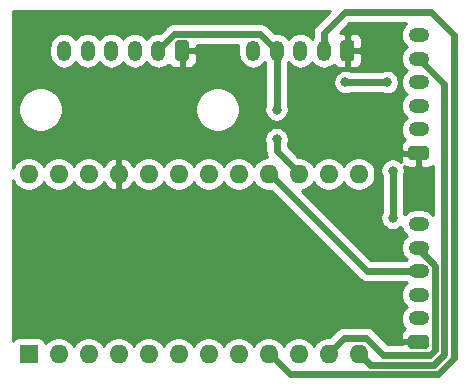
<source format=gbr>
%TF.GenerationSoftware,KiCad,Pcbnew,(5.1.9)-1*%
%TF.CreationDate,2021-10-16T13:54:30-06:00*%
%TF.ProjectId,stick_controller,73746963-6b5f-4636-9f6e-74726f6c6c65,rev?*%
%TF.SameCoordinates,Original*%
%TF.FileFunction,Copper,L2,Bot*%
%TF.FilePolarity,Positive*%
%FSLAX46Y46*%
G04 Gerber Fmt 4.6, Leading zero omitted, Abs format (unit mm)*
G04 Created by KiCad (PCBNEW (5.1.9)-1) date 2021-10-16 13:54:30*
%MOMM*%
%LPD*%
G01*
G04 APERTURE LIST*
%TA.AperFunction,ComponentPad*%
%ADD10R,1.600000X1.600000*%
%TD*%
%TA.AperFunction,ComponentPad*%
%ADD11O,1.600000X1.600000*%
%TD*%
%TA.AperFunction,ComponentPad*%
%ADD12O,1.200000X1.750000*%
%TD*%
%TA.AperFunction,ComponentPad*%
%ADD13O,1.750000X1.200000*%
%TD*%
%TA.AperFunction,ViaPad*%
%ADD14C,0.800000*%
%TD*%
%TA.AperFunction,Conductor*%
%ADD15C,0.609600*%
%TD*%
%TA.AperFunction,Conductor*%
%ADD16C,0.254000*%
%TD*%
%TA.AperFunction,Conductor*%
%ADD17C,0.100000*%
%TD*%
G04 APERTURE END LIST*
D10*
%TO.P,U1,1*%
%TO.N,Net-(U1-Pad1)*%
X111980000Y-83018000D03*
D11*
%TO.P,U1,13*%
%TO.N,Net-(U1-Pad13)*%
X139920000Y-67778000D03*
%TO.P,U1,2*%
%TO.N,Net-(U1-Pad2)*%
X114520000Y-83018000D03*
%TO.P,U1,14*%
%TO.N,/MOSI*%
X137380000Y-67778000D03*
%TO.P,U1,3*%
%TO.N,GND*%
X117060000Y-83018000D03*
%TO.P,U1,15*%
%TO.N,/MISO*%
X134840000Y-67778000D03*
%TO.P,U1,4*%
%TO.N,GND*%
X119600000Y-83018000D03*
%TO.P,U1,16*%
%TO.N,/SCK*%
X132300000Y-67778000D03*
%TO.P,U1,5*%
%TO.N,Net-(U1-Pad5)*%
X122140000Y-83018000D03*
%TO.P,U1,17*%
%TO.N,Net-(U1-Pad17)*%
X129760000Y-67778000D03*
%TO.P,U1,6*%
%TO.N,Net-(U1-Pad6)*%
X124680000Y-83018000D03*
%TO.P,U1,18*%
%TO.N,Net-(U1-Pad18)*%
X127220000Y-67778000D03*
%TO.P,U1,7*%
%TO.N,Net-(U1-Pad7)*%
X127220000Y-83018000D03*
%TO.P,U1,19*%
%TO.N,Net-(U1-Pad19)*%
X124680000Y-67778000D03*
%TO.P,U1,8*%
%TO.N,Net-(U1-Pad8)*%
X129760000Y-83018000D03*
%TO.P,U1,20*%
%TO.N,Net-(U1-Pad20)*%
X122140000Y-67778000D03*
%TO.P,U1,9*%
%TO.N,/CSg*%
X132300000Y-83018000D03*
%TO.P,U1,21*%
%TO.N,+5V*%
X119600000Y-67778000D03*
%TO.P,U1,10*%
%TO.N,/CSz*%
X134840000Y-83018000D03*
%TO.P,U1,22*%
%TO.N,Net-(U1-Pad22)*%
X117060000Y-67778000D03*
%TO.P,U1,11*%
%TO.N,/CSy*%
X137380000Y-83018000D03*
%TO.P,U1,23*%
%TO.N,GND*%
X114520000Y-67778000D03*
%TO.P,U1,12*%
%TO.N,/CSx*%
X139920000Y-83018000D03*
%TO.P,U1,24*%
%TO.N,Net-(U1-Pad24)*%
X111980000Y-67778000D03*
%TD*%
D12*
%TO.P,J4,5*%
%TO.N,GND*%
X130976000Y-57330000D03*
%TO.P,J4,4*%
%TO.N,/MISO*%
X132976000Y-57330000D03*
%TO.P,J4,3*%
%TO.N,/SCK*%
X134976000Y-57330000D03*
%TO.P,J4,2*%
%TO.N,/CSg*%
X136976000Y-57330000D03*
%TO.P,J4,1*%
%TO.N,+5V*%
%TA.AperFunction,ComponentPad*%
G36*
G01*
X139576000Y-56704999D02*
X139576000Y-57955001D01*
G75*
G02*
X139326001Y-58205000I-249999J0D01*
G01*
X138625999Y-58205000D01*
G75*
G02*
X138376000Y-57955001I0J249999D01*
G01*
X138376000Y-56704999D01*
G75*
G02*
X138625999Y-56455000I249999J0D01*
G01*
X139326001Y-56455000D01*
G75*
G02*
X139576000Y-56704999I0J-249999D01*
G01*
G37*
%TD.AperFunction*%
%TD*%
%TO.P,J3,6*%
%TO.N,GND*%
X114976000Y-57330000D03*
%TO.P,J3,5*%
%TO.N,/CSz*%
X116976000Y-57330000D03*
%TO.P,J3,4*%
%TO.N,/SCK*%
X118976000Y-57330000D03*
%TO.P,J3,3*%
%TO.N,/MOSI*%
X120976000Y-57330000D03*
%TO.P,J3,2*%
%TO.N,/MISO*%
X122976000Y-57330000D03*
%TO.P,J3,1*%
%TO.N,+5V*%
%TA.AperFunction,ComponentPad*%
G36*
G01*
X125576000Y-56704999D02*
X125576000Y-57955001D01*
G75*
G02*
X125326001Y-58205000I-249999J0D01*
G01*
X124625999Y-58205000D01*
G75*
G02*
X124376000Y-57955001I0J249999D01*
G01*
X124376000Y-56704999D01*
G75*
G02*
X124625999Y-56455000I249999J0D01*
G01*
X125326001Y-56455000D01*
G75*
G02*
X125576000Y-56704999I0J-249999D01*
G01*
G37*
%TD.AperFunction*%
%TD*%
D13*
%TO.P,J2,6*%
%TO.N,GND*%
X145000000Y-72000000D03*
%TO.P,J2,5*%
%TO.N,/CSy*%
X145000000Y-74000000D03*
%TO.P,J2,4*%
%TO.N,/SCK*%
X145000000Y-76000000D03*
%TO.P,J2,3*%
%TO.N,/MOSI*%
X145000000Y-78000000D03*
%TO.P,J2,2*%
%TO.N,/MISO*%
X145000000Y-80000000D03*
%TO.P,J2,1*%
%TO.N,+5V*%
%TA.AperFunction,ComponentPad*%
G36*
G01*
X145625001Y-82600000D02*
X144374999Y-82600000D01*
G75*
G02*
X144125000Y-82350001I0J249999D01*
G01*
X144125000Y-81649999D01*
G75*
G02*
X144374999Y-81400000I249999J0D01*
G01*
X145625001Y-81400000D01*
G75*
G02*
X145875000Y-81649999I0J-249999D01*
G01*
X145875000Y-82350001D01*
G75*
G02*
X145625001Y-82600000I-249999J0D01*
G01*
G37*
%TD.AperFunction*%
%TD*%
%TO.P,J1,6*%
%TO.N,GND*%
X145000000Y-56000000D03*
%TO.P,J1,5*%
%TO.N,/CSx*%
X145000000Y-58000000D03*
%TO.P,J1,4*%
%TO.N,/SCK*%
X145000000Y-60000000D03*
%TO.P,J1,3*%
%TO.N,/MOSI*%
X145000000Y-62000000D03*
%TO.P,J1,2*%
%TO.N,/MISO*%
X145000000Y-64000000D03*
%TO.P,J1,1*%
%TO.N,+5V*%
%TA.AperFunction,ComponentPad*%
G36*
G01*
X145625001Y-66600000D02*
X144374999Y-66600000D01*
G75*
G02*
X144125000Y-66350001I0J249999D01*
G01*
X144125000Y-65649999D01*
G75*
G02*
X144374999Y-65400000I249999J0D01*
G01*
X145625001Y-65400000D01*
G75*
G02*
X145875000Y-65649999I0J-249999D01*
G01*
X145875000Y-66350001D01*
G75*
G02*
X145625001Y-66600000I-249999J0D01*
G01*
G37*
%TD.AperFunction*%
%TD*%
D14*
%TO.N,/SCK*%
X138806000Y-60000000D03*
X142306000Y-60000000D03*
X142810579Y-67495421D03*
X142810579Y-71495421D03*
%TO.N,/MISO*%
X132976000Y-64830000D03*
X132976000Y-62330000D03*
%TD*%
D15*
%TO.N,/CSx*%
X146273005Y-83914421D02*
X140910421Y-83914421D01*
X147189421Y-82998005D02*
X146273005Y-83914421D01*
X147189421Y-60189421D02*
X147189421Y-82998005D01*
X140910421Y-83914421D02*
X139946000Y-82950000D01*
X145000000Y-58000000D02*
X147189421Y-60189421D01*
%TO.N,/SCK*%
X140616000Y-76000000D02*
X145000000Y-76000000D01*
X132326000Y-67710000D02*
X140616000Y-76000000D01*
X138806000Y-60000000D02*
X142306000Y-60000000D01*
X142810579Y-71495421D02*
X142810579Y-67495421D01*
%TO.N,/MISO*%
X132976000Y-65820000D02*
X134866000Y-67710000D01*
X132976000Y-57330000D02*
X132976000Y-62330000D01*
X131596190Y-55950190D02*
X132976000Y-57330000D01*
X124313346Y-55950190D02*
X131596190Y-55950190D01*
X122976000Y-57287536D02*
X124313346Y-55950190D01*
X122976000Y-57330000D02*
X122976000Y-57287536D01*
X132976000Y-64830000D02*
X132976000Y-65820000D01*
%TO.N,/CSy*%
X138710801Y-81645199D02*
X137406000Y-82950000D01*
X142031916Y-83104810D02*
X140572305Y-81645199D01*
X146379810Y-82662654D02*
X145937654Y-83104810D01*
X146379810Y-75542373D02*
X146379810Y-82662654D01*
X145937654Y-83104810D02*
X142031916Y-83104810D01*
X145000000Y-74162563D02*
X146379810Y-75542373D01*
X145000000Y-74000000D02*
X145000000Y-74162563D01*
X140572305Y-81645199D02*
X138710801Y-81645199D01*
%TO.N,/CSg*%
X134100032Y-84724032D02*
X132326000Y-82950000D01*
X146608356Y-84724032D02*
X134100032Y-84724032D01*
X146067978Y-54085579D02*
X147999032Y-56016633D01*
X147999032Y-56016633D02*
X147999032Y-83333356D01*
X138735821Y-54085579D02*
X146067978Y-54085579D01*
X136976000Y-55845400D02*
X138735821Y-54085579D01*
X136976000Y-57330000D02*
X136976000Y-55845400D01*
X147999032Y-83333356D02*
X146608356Y-84724032D01*
%TD*%
D16*
%TO.N,+5V*%
X136344110Y-55148214D02*
X136308247Y-55177646D01*
X136278817Y-55213507D01*
X136190804Y-55320749D01*
X136103538Y-55484014D01*
X136049799Y-55661167D01*
X136031654Y-55845400D01*
X136036201Y-55891567D01*
X136036201Y-56253409D01*
X135976001Y-56326763D01*
X135853502Y-56177498D01*
X135665449Y-56023167D01*
X135450901Y-55908489D01*
X135218102Y-55837870D01*
X134976000Y-55814025D01*
X134733899Y-55837870D01*
X134501100Y-55908489D01*
X134286552Y-56023167D01*
X134098499Y-56177498D01*
X133976001Y-56326763D01*
X133853502Y-56177498D01*
X133665449Y-56023167D01*
X133450901Y-55908489D01*
X133218102Y-55837870D01*
X132976000Y-55814025D01*
X132805859Y-55830783D01*
X132293381Y-55318305D01*
X132263944Y-55282436D01*
X132120841Y-55164994D01*
X131957576Y-55077727D01*
X131780423Y-55023988D01*
X131642357Y-55010390D01*
X131642347Y-55010390D01*
X131596190Y-55005844D01*
X131550033Y-55010390D01*
X124359503Y-55010390D01*
X124313346Y-55005844D01*
X124267189Y-55010390D01*
X124267179Y-55010390D01*
X124129113Y-55023988D01*
X123951960Y-55077727D01*
X123788694Y-55164994D01*
X123707734Y-55231437D01*
X123645592Y-55282436D01*
X123616164Y-55318295D01*
X123107484Y-55826975D01*
X122976000Y-55814025D01*
X122733899Y-55837870D01*
X122501100Y-55908489D01*
X122286552Y-56023167D01*
X122098499Y-56177498D01*
X121976001Y-56326763D01*
X121853502Y-56177498D01*
X121665449Y-56023167D01*
X121450901Y-55908489D01*
X121218102Y-55837870D01*
X120976000Y-55814025D01*
X120733899Y-55837870D01*
X120501100Y-55908489D01*
X120286552Y-56023167D01*
X120098499Y-56177498D01*
X119976001Y-56326763D01*
X119853502Y-56177498D01*
X119665449Y-56023167D01*
X119450901Y-55908489D01*
X119218102Y-55837870D01*
X118976000Y-55814025D01*
X118733899Y-55837870D01*
X118501100Y-55908489D01*
X118286552Y-56023167D01*
X118098499Y-56177498D01*
X117976001Y-56326763D01*
X117853502Y-56177498D01*
X117665449Y-56023167D01*
X117450901Y-55908489D01*
X117218102Y-55837870D01*
X116976000Y-55814025D01*
X116733899Y-55837870D01*
X116501100Y-55908489D01*
X116286552Y-56023167D01*
X116098499Y-56177498D01*
X115976001Y-56326763D01*
X115853502Y-56177498D01*
X115665449Y-56023167D01*
X115450901Y-55908489D01*
X115218102Y-55837870D01*
X114976000Y-55814025D01*
X114733899Y-55837870D01*
X114501100Y-55908489D01*
X114286552Y-56023167D01*
X114098499Y-56177498D01*
X113944168Y-56365551D01*
X113829489Y-56580099D01*
X113758870Y-56812898D01*
X113741000Y-56994335D01*
X113741000Y-57665664D01*
X113758870Y-57847101D01*
X113829489Y-58079900D01*
X113944167Y-58294448D01*
X114098498Y-58482502D01*
X114286551Y-58636833D01*
X114501099Y-58751511D01*
X114733898Y-58822130D01*
X114976000Y-58845975D01*
X115218101Y-58822130D01*
X115450900Y-58751511D01*
X115665448Y-58636833D01*
X115853502Y-58482502D01*
X115976000Y-58333237D01*
X116098498Y-58482502D01*
X116286551Y-58636833D01*
X116501099Y-58751511D01*
X116733898Y-58822130D01*
X116976000Y-58845975D01*
X117218101Y-58822130D01*
X117450900Y-58751511D01*
X117665448Y-58636833D01*
X117853502Y-58482502D01*
X117976000Y-58333237D01*
X118098498Y-58482502D01*
X118286551Y-58636833D01*
X118501099Y-58751511D01*
X118733898Y-58822130D01*
X118976000Y-58845975D01*
X119218101Y-58822130D01*
X119450900Y-58751511D01*
X119665448Y-58636833D01*
X119853502Y-58482502D01*
X119976000Y-58333237D01*
X120098498Y-58482502D01*
X120286551Y-58636833D01*
X120501099Y-58751511D01*
X120733898Y-58822130D01*
X120976000Y-58845975D01*
X121218101Y-58822130D01*
X121450900Y-58751511D01*
X121665448Y-58636833D01*
X121853502Y-58482502D01*
X121976000Y-58333237D01*
X122098498Y-58482502D01*
X122286551Y-58636833D01*
X122501099Y-58751511D01*
X122733898Y-58822130D01*
X122976000Y-58845975D01*
X123218101Y-58822130D01*
X123450900Y-58751511D01*
X123665448Y-58636833D01*
X123819309Y-58510564D01*
X123845463Y-58559494D01*
X123924815Y-58656185D01*
X124021506Y-58735537D01*
X124131820Y-58794502D01*
X124251518Y-58830812D01*
X124376000Y-58843072D01*
X124690250Y-58840000D01*
X124849000Y-58681250D01*
X124849000Y-57457000D01*
X125103000Y-57457000D01*
X125103000Y-58681250D01*
X125261750Y-58840000D01*
X125576000Y-58843072D01*
X125700482Y-58830812D01*
X125820180Y-58794502D01*
X125930494Y-58735537D01*
X126027185Y-58656185D01*
X126106537Y-58559494D01*
X126165502Y-58449180D01*
X126201812Y-58329482D01*
X126214072Y-58205000D01*
X126211000Y-57615750D01*
X126052250Y-57457000D01*
X125103000Y-57457000D01*
X124849000Y-57457000D01*
X124829000Y-57457000D01*
X124829000Y-57203000D01*
X124849000Y-57203000D01*
X124849000Y-57183000D01*
X125103000Y-57183000D01*
X125103000Y-57203000D01*
X126052250Y-57203000D01*
X126211000Y-57044250D01*
X126211804Y-56889990D01*
X129751277Y-56889990D01*
X129741000Y-56994335D01*
X129741000Y-57665664D01*
X129758870Y-57847101D01*
X129829489Y-58079900D01*
X129944167Y-58294448D01*
X130098498Y-58482502D01*
X130286551Y-58636833D01*
X130501099Y-58751511D01*
X130733898Y-58822130D01*
X130976000Y-58845975D01*
X131218101Y-58822130D01*
X131450900Y-58751511D01*
X131665448Y-58636833D01*
X131853502Y-58482502D01*
X131976000Y-58333237D01*
X132036200Y-58406591D01*
X132036201Y-61894291D01*
X131980774Y-62028102D01*
X131941000Y-62228061D01*
X131941000Y-62431939D01*
X131980774Y-62631898D01*
X132058795Y-62820256D01*
X132172063Y-62989774D01*
X132316226Y-63133937D01*
X132485744Y-63247205D01*
X132674102Y-63325226D01*
X132874061Y-63365000D01*
X133077939Y-63365000D01*
X133277898Y-63325226D01*
X133466256Y-63247205D01*
X133635774Y-63133937D01*
X133779937Y-62989774D01*
X133893205Y-62820256D01*
X133971226Y-62631898D01*
X134011000Y-62431939D01*
X134011000Y-62228061D01*
X133971226Y-62028102D01*
X133915800Y-61894293D01*
X133915800Y-59898061D01*
X137771000Y-59898061D01*
X137771000Y-60101939D01*
X137810774Y-60301898D01*
X137888795Y-60490256D01*
X138002063Y-60659774D01*
X138146226Y-60803937D01*
X138315744Y-60917205D01*
X138504102Y-60995226D01*
X138704061Y-61035000D01*
X138907939Y-61035000D01*
X139107898Y-60995226D01*
X139241707Y-60939800D01*
X141870293Y-60939800D01*
X142004102Y-60995226D01*
X142204061Y-61035000D01*
X142407939Y-61035000D01*
X142607898Y-60995226D01*
X142796256Y-60917205D01*
X142965774Y-60803937D01*
X143109937Y-60659774D01*
X143223205Y-60490256D01*
X143301226Y-60301898D01*
X143341000Y-60101939D01*
X143341000Y-59898061D01*
X143301226Y-59698102D01*
X143223205Y-59509744D01*
X143109937Y-59340226D01*
X142965774Y-59196063D01*
X142796256Y-59082795D01*
X142607898Y-59004774D01*
X142407939Y-58965000D01*
X142204061Y-58965000D01*
X142004102Y-59004774D01*
X141870293Y-59060200D01*
X139241707Y-59060200D01*
X139107898Y-59004774D01*
X138907939Y-58965000D01*
X138704061Y-58965000D01*
X138504102Y-59004774D01*
X138315744Y-59082795D01*
X138146226Y-59196063D01*
X138002063Y-59340226D01*
X137888795Y-59509744D01*
X137810774Y-59698102D01*
X137771000Y-59898061D01*
X133915800Y-59898061D01*
X133915800Y-58406592D01*
X133976000Y-58333237D01*
X134098498Y-58482502D01*
X134286551Y-58636833D01*
X134501099Y-58751511D01*
X134733898Y-58822130D01*
X134976000Y-58845975D01*
X135218101Y-58822130D01*
X135450900Y-58751511D01*
X135665448Y-58636833D01*
X135853502Y-58482502D01*
X135976000Y-58333237D01*
X136098498Y-58482502D01*
X136286551Y-58636833D01*
X136501099Y-58751511D01*
X136733898Y-58822130D01*
X136976000Y-58845975D01*
X137218101Y-58822130D01*
X137450900Y-58751511D01*
X137665448Y-58636833D01*
X137819309Y-58510564D01*
X137845463Y-58559494D01*
X137924815Y-58656185D01*
X138021506Y-58735537D01*
X138131820Y-58794502D01*
X138251518Y-58830812D01*
X138376000Y-58843072D01*
X138690250Y-58840000D01*
X138849000Y-58681250D01*
X138849000Y-57457000D01*
X139103000Y-57457000D01*
X139103000Y-58681250D01*
X139261750Y-58840000D01*
X139576000Y-58843072D01*
X139700482Y-58830812D01*
X139820180Y-58794502D01*
X139930494Y-58735537D01*
X140027185Y-58656185D01*
X140106537Y-58559494D01*
X140165502Y-58449180D01*
X140201812Y-58329482D01*
X140214072Y-58205000D01*
X140211000Y-57615750D01*
X140052250Y-57457000D01*
X139103000Y-57457000D01*
X138849000Y-57457000D01*
X138829000Y-57457000D01*
X138829000Y-57203000D01*
X138849000Y-57203000D01*
X138849000Y-55978750D01*
X139103000Y-55978750D01*
X139103000Y-57203000D01*
X140052250Y-57203000D01*
X140211000Y-57044250D01*
X140214072Y-56455000D01*
X140201812Y-56330518D01*
X140165502Y-56210820D01*
X140106537Y-56100506D01*
X140027185Y-56003815D01*
X139930494Y-55924463D01*
X139820180Y-55865498D01*
X139700482Y-55829188D01*
X139576000Y-55816928D01*
X139261750Y-55820000D01*
X139103000Y-55978750D01*
X138849000Y-55978750D01*
X138690250Y-55820000D01*
X138376000Y-55816928D01*
X138328911Y-55821566D01*
X139125099Y-55025379D01*
X143965838Y-55025379D01*
X143847498Y-55122498D01*
X143693167Y-55310551D01*
X143578489Y-55525099D01*
X143507870Y-55757898D01*
X143484025Y-56000000D01*
X143507870Y-56242102D01*
X143578489Y-56474901D01*
X143693167Y-56689449D01*
X143847498Y-56877502D01*
X143996762Y-57000000D01*
X143847498Y-57122498D01*
X143693167Y-57310551D01*
X143578489Y-57525099D01*
X143507870Y-57757898D01*
X143484025Y-58000000D01*
X143507870Y-58242102D01*
X143578489Y-58474901D01*
X143693167Y-58689449D01*
X143847498Y-58877502D01*
X143996762Y-59000000D01*
X143847498Y-59122498D01*
X143693167Y-59310551D01*
X143578489Y-59525099D01*
X143507870Y-59757898D01*
X143484025Y-60000000D01*
X143507870Y-60242102D01*
X143578489Y-60474901D01*
X143693167Y-60689449D01*
X143847498Y-60877502D01*
X143996762Y-61000000D01*
X143847498Y-61122498D01*
X143693167Y-61310551D01*
X143578489Y-61525099D01*
X143507870Y-61757898D01*
X143484025Y-62000000D01*
X143507870Y-62242102D01*
X143578489Y-62474901D01*
X143693167Y-62689449D01*
X143847498Y-62877502D01*
X143996762Y-63000000D01*
X143847498Y-63122498D01*
X143693167Y-63310551D01*
X143578489Y-63525099D01*
X143507870Y-63757898D01*
X143484025Y-64000000D01*
X143507870Y-64242102D01*
X143578489Y-64474901D01*
X143693167Y-64689449D01*
X143819436Y-64843309D01*
X143770506Y-64869463D01*
X143673815Y-64948815D01*
X143594463Y-65045506D01*
X143535498Y-65155820D01*
X143499188Y-65275518D01*
X143486928Y-65400000D01*
X143490000Y-65714250D01*
X143648750Y-65873000D01*
X144873000Y-65873000D01*
X144873000Y-65853000D01*
X145127000Y-65853000D01*
X145127000Y-65873000D01*
X145147000Y-65873000D01*
X145147000Y-66127000D01*
X145127000Y-66127000D01*
X145127000Y-67076250D01*
X145285750Y-67235000D01*
X145875000Y-67238072D01*
X145999482Y-67225812D01*
X146119180Y-67189502D01*
X146229494Y-67130537D01*
X146249621Y-67114019D01*
X146249621Y-71240839D01*
X146152502Y-71122498D01*
X145964449Y-70968167D01*
X145749901Y-70853489D01*
X145517102Y-70782870D01*
X145335665Y-70765000D01*
X144664335Y-70765000D01*
X144482898Y-70782870D01*
X144250099Y-70853489D01*
X144035551Y-70968167D01*
X143847498Y-71122498D01*
X143800238Y-71180084D01*
X143750379Y-71059714D01*
X143750379Y-67931128D01*
X143805805Y-67797319D01*
X143845579Y-67597360D01*
X143845579Y-67393482D01*
X143805805Y-67193523D01*
X143782334Y-67136859D01*
X143880820Y-67189502D01*
X144000518Y-67225812D01*
X144125000Y-67238072D01*
X144714250Y-67235000D01*
X144873000Y-67076250D01*
X144873000Y-66127000D01*
X143648750Y-66127000D01*
X143490000Y-66285750D01*
X143486928Y-66600000D01*
X143498733Y-66719864D01*
X143470353Y-66691484D01*
X143300835Y-66578216D01*
X143112477Y-66500195D01*
X142912518Y-66460421D01*
X142708640Y-66460421D01*
X142508681Y-66500195D01*
X142320323Y-66578216D01*
X142150805Y-66691484D01*
X142006642Y-66835647D01*
X141893374Y-67005165D01*
X141815353Y-67193523D01*
X141775579Y-67393482D01*
X141775579Y-67597360D01*
X141815353Y-67797319D01*
X141870780Y-67931130D01*
X141870779Y-71059713D01*
X141815353Y-71193523D01*
X141775579Y-71393482D01*
X141775579Y-71597360D01*
X141815353Y-71797319D01*
X141893374Y-71985677D01*
X142006642Y-72155195D01*
X142150805Y-72299358D01*
X142320323Y-72412626D01*
X142508681Y-72490647D01*
X142708640Y-72530421D01*
X142912518Y-72530421D01*
X143112477Y-72490647D01*
X143300835Y-72412626D01*
X143470353Y-72299358D01*
X143512464Y-72257247D01*
X143578489Y-72474901D01*
X143693167Y-72689449D01*
X143847498Y-72877502D01*
X143996762Y-73000000D01*
X143847498Y-73122498D01*
X143693167Y-73310551D01*
X143578489Y-73525099D01*
X143507870Y-73757898D01*
X143484025Y-74000000D01*
X143507870Y-74242102D01*
X143578489Y-74474901D01*
X143693167Y-74689449D01*
X143847498Y-74877502D01*
X143996762Y-75000000D01*
X143923408Y-75060200D01*
X141005278Y-75060200D01*
X135128753Y-69183676D01*
X135258574Y-69157853D01*
X135519727Y-69049680D01*
X135754759Y-68892637D01*
X135954637Y-68692759D01*
X136110000Y-68460241D01*
X136265363Y-68692759D01*
X136465241Y-68892637D01*
X136700273Y-69049680D01*
X136961426Y-69157853D01*
X137238665Y-69213000D01*
X137521335Y-69213000D01*
X137798574Y-69157853D01*
X138059727Y-69049680D01*
X138294759Y-68892637D01*
X138494637Y-68692759D01*
X138650000Y-68460241D01*
X138805363Y-68692759D01*
X139005241Y-68892637D01*
X139240273Y-69049680D01*
X139501426Y-69157853D01*
X139778665Y-69213000D01*
X140061335Y-69213000D01*
X140338574Y-69157853D01*
X140599727Y-69049680D01*
X140834759Y-68892637D01*
X141034637Y-68692759D01*
X141191680Y-68457727D01*
X141299853Y-68196574D01*
X141355000Y-67919335D01*
X141355000Y-67636665D01*
X141299853Y-67359426D01*
X141191680Y-67098273D01*
X141034637Y-66863241D01*
X140834759Y-66663363D01*
X140599727Y-66506320D01*
X140338574Y-66398147D01*
X140061335Y-66343000D01*
X139778665Y-66343000D01*
X139501426Y-66398147D01*
X139240273Y-66506320D01*
X139005241Y-66663363D01*
X138805363Y-66863241D01*
X138650000Y-67095759D01*
X138494637Y-66863241D01*
X138294759Y-66663363D01*
X138059727Y-66506320D01*
X137798574Y-66398147D01*
X137521335Y-66343000D01*
X137238665Y-66343000D01*
X136961426Y-66398147D01*
X136700273Y-66506320D01*
X136465241Y-66663363D01*
X136265363Y-66863241D01*
X136110000Y-67095759D01*
X135954637Y-66863241D01*
X135754759Y-66663363D01*
X135519727Y-66506320D01*
X135258574Y-66398147D01*
X134981335Y-66343000D01*
X134828077Y-66343000D01*
X133915800Y-65430724D01*
X133915800Y-65265707D01*
X133971226Y-65131898D01*
X134011000Y-64931939D01*
X134011000Y-64728061D01*
X133971226Y-64528102D01*
X133893205Y-64339744D01*
X133779937Y-64170226D01*
X133635774Y-64026063D01*
X133466256Y-63912795D01*
X133277898Y-63834774D01*
X133077939Y-63795000D01*
X132874061Y-63795000D01*
X132674102Y-63834774D01*
X132485744Y-63912795D01*
X132316226Y-64026063D01*
X132172063Y-64170226D01*
X132058795Y-64339744D01*
X131980774Y-64528102D01*
X131941000Y-64728061D01*
X131941000Y-64931939D01*
X131980774Y-65131898D01*
X132036200Y-65265708D01*
X132036201Y-65773833D01*
X132031654Y-65820000D01*
X132049799Y-66004233D01*
X132103538Y-66181386D01*
X132189922Y-66343000D01*
X132158665Y-66343000D01*
X131881426Y-66398147D01*
X131620273Y-66506320D01*
X131385241Y-66663363D01*
X131185363Y-66863241D01*
X131030000Y-67095759D01*
X130874637Y-66863241D01*
X130674759Y-66663363D01*
X130439727Y-66506320D01*
X130178574Y-66398147D01*
X129901335Y-66343000D01*
X129618665Y-66343000D01*
X129341426Y-66398147D01*
X129080273Y-66506320D01*
X128845241Y-66663363D01*
X128645363Y-66863241D01*
X128490000Y-67095759D01*
X128334637Y-66863241D01*
X128134759Y-66663363D01*
X127899727Y-66506320D01*
X127638574Y-66398147D01*
X127361335Y-66343000D01*
X127078665Y-66343000D01*
X126801426Y-66398147D01*
X126540273Y-66506320D01*
X126305241Y-66663363D01*
X126105363Y-66863241D01*
X125950000Y-67095759D01*
X125794637Y-66863241D01*
X125594759Y-66663363D01*
X125359727Y-66506320D01*
X125098574Y-66398147D01*
X124821335Y-66343000D01*
X124538665Y-66343000D01*
X124261426Y-66398147D01*
X124000273Y-66506320D01*
X123765241Y-66663363D01*
X123565363Y-66863241D01*
X123410000Y-67095759D01*
X123254637Y-66863241D01*
X123054759Y-66663363D01*
X122819727Y-66506320D01*
X122558574Y-66398147D01*
X122281335Y-66343000D01*
X121998665Y-66343000D01*
X121721426Y-66398147D01*
X121460273Y-66506320D01*
X121225241Y-66663363D01*
X121025363Y-66863241D01*
X120868320Y-67098273D01*
X120863933Y-67108865D01*
X120752385Y-66922869D01*
X120563414Y-66714481D01*
X120337420Y-66546963D01*
X120083087Y-66426754D01*
X119949039Y-66386096D01*
X119727000Y-66508085D01*
X119727000Y-67651000D01*
X119747000Y-67651000D01*
X119747000Y-67905000D01*
X119727000Y-67905000D01*
X119727000Y-69047915D01*
X119949039Y-69169904D01*
X120083087Y-69129246D01*
X120337420Y-69009037D01*
X120563414Y-68841519D01*
X120752385Y-68633131D01*
X120863933Y-68447135D01*
X120868320Y-68457727D01*
X121025363Y-68692759D01*
X121225241Y-68892637D01*
X121460273Y-69049680D01*
X121721426Y-69157853D01*
X121998665Y-69213000D01*
X122281335Y-69213000D01*
X122558574Y-69157853D01*
X122819727Y-69049680D01*
X123054759Y-68892637D01*
X123254637Y-68692759D01*
X123410000Y-68460241D01*
X123565363Y-68692759D01*
X123765241Y-68892637D01*
X124000273Y-69049680D01*
X124261426Y-69157853D01*
X124538665Y-69213000D01*
X124821335Y-69213000D01*
X125098574Y-69157853D01*
X125359727Y-69049680D01*
X125594759Y-68892637D01*
X125794637Y-68692759D01*
X125950000Y-68460241D01*
X126105363Y-68692759D01*
X126305241Y-68892637D01*
X126540273Y-69049680D01*
X126801426Y-69157853D01*
X127078665Y-69213000D01*
X127361335Y-69213000D01*
X127638574Y-69157853D01*
X127899727Y-69049680D01*
X128134759Y-68892637D01*
X128334637Y-68692759D01*
X128490000Y-68460241D01*
X128645363Y-68692759D01*
X128845241Y-68892637D01*
X129080273Y-69049680D01*
X129341426Y-69157853D01*
X129618665Y-69213000D01*
X129901335Y-69213000D01*
X130178574Y-69157853D01*
X130439727Y-69049680D01*
X130674759Y-68892637D01*
X130874637Y-68692759D01*
X131030000Y-68460241D01*
X131185363Y-68692759D01*
X131385241Y-68892637D01*
X131620273Y-69049680D01*
X131881426Y-69157853D01*
X132158665Y-69213000D01*
X132441335Y-69213000D01*
X132490203Y-69203279D01*
X139918818Y-76631896D01*
X139948246Y-76667754D01*
X140091349Y-76785196D01*
X140254614Y-76872463D01*
X140431767Y-76926202D01*
X140569833Y-76939800D01*
X140569842Y-76939800D01*
X140615999Y-76944346D01*
X140662156Y-76939800D01*
X143923408Y-76939800D01*
X143996762Y-77000000D01*
X143847498Y-77122498D01*
X143693167Y-77310551D01*
X143578489Y-77525099D01*
X143507870Y-77757898D01*
X143484025Y-78000000D01*
X143507870Y-78242102D01*
X143578489Y-78474901D01*
X143693167Y-78689449D01*
X143847498Y-78877502D01*
X143996762Y-79000000D01*
X143847498Y-79122498D01*
X143693167Y-79310551D01*
X143578489Y-79525099D01*
X143507870Y-79757898D01*
X143484025Y-80000000D01*
X143507870Y-80242102D01*
X143578489Y-80474901D01*
X143693167Y-80689449D01*
X143819436Y-80843309D01*
X143770506Y-80869463D01*
X143673815Y-80948815D01*
X143594463Y-81045506D01*
X143535498Y-81155820D01*
X143499188Y-81275518D01*
X143486928Y-81400000D01*
X143490000Y-81714250D01*
X143648750Y-81873000D01*
X144873000Y-81873000D01*
X144873000Y-81853000D01*
X145127000Y-81853000D01*
X145127000Y-81873000D01*
X145147000Y-81873000D01*
X145147000Y-82127000D01*
X145127000Y-82127000D01*
X145127000Y-82147000D01*
X144873000Y-82147000D01*
X144873000Y-82127000D01*
X143648750Y-82127000D01*
X143610740Y-82165010D01*
X142421194Y-82165010D01*
X141269496Y-81013314D01*
X141240059Y-80977445D01*
X141096956Y-80860003D01*
X140933691Y-80772736D01*
X140756538Y-80718997D01*
X140618472Y-80705399D01*
X140618462Y-80705399D01*
X140572305Y-80700853D01*
X140526148Y-80705399D01*
X138756957Y-80705399D01*
X138710800Y-80700853D01*
X138664643Y-80705399D01*
X138664634Y-80705399D01*
X138526568Y-80718997D01*
X138349415Y-80772736D01*
X138186150Y-80860003D01*
X138043047Y-80977445D01*
X138013619Y-81013304D01*
X137443923Y-81583000D01*
X137238665Y-81583000D01*
X136961426Y-81638147D01*
X136700273Y-81746320D01*
X136465241Y-81903363D01*
X136265363Y-82103241D01*
X136110000Y-82335759D01*
X135954637Y-82103241D01*
X135754759Y-81903363D01*
X135519727Y-81746320D01*
X135258574Y-81638147D01*
X134981335Y-81583000D01*
X134698665Y-81583000D01*
X134421426Y-81638147D01*
X134160273Y-81746320D01*
X133925241Y-81903363D01*
X133725363Y-82103241D01*
X133570000Y-82335759D01*
X133414637Y-82103241D01*
X133214759Y-81903363D01*
X132979727Y-81746320D01*
X132718574Y-81638147D01*
X132441335Y-81583000D01*
X132158665Y-81583000D01*
X131881426Y-81638147D01*
X131620273Y-81746320D01*
X131385241Y-81903363D01*
X131185363Y-82103241D01*
X131030000Y-82335759D01*
X130874637Y-82103241D01*
X130674759Y-81903363D01*
X130439727Y-81746320D01*
X130178574Y-81638147D01*
X129901335Y-81583000D01*
X129618665Y-81583000D01*
X129341426Y-81638147D01*
X129080273Y-81746320D01*
X128845241Y-81903363D01*
X128645363Y-82103241D01*
X128490000Y-82335759D01*
X128334637Y-82103241D01*
X128134759Y-81903363D01*
X127899727Y-81746320D01*
X127638574Y-81638147D01*
X127361335Y-81583000D01*
X127078665Y-81583000D01*
X126801426Y-81638147D01*
X126540273Y-81746320D01*
X126305241Y-81903363D01*
X126105363Y-82103241D01*
X125950000Y-82335759D01*
X125794637Y-82103241D01*
X125594759Y-81903363D01*
X125359727Y-81746320D01*
X125098574Y-81638147D01*
X124821335Y-81583000D01*
X124538665Y-81583000D01*
X124261426Y-81638147D01*
X124000273Y-81746320D01*
X123765241Y-81903363D01*
X123565363Y-82103241D01*
X123410000Y-82335759D01*
X123254637Y-82103241D01*
X123054759Y-81903363D01*
X122819727Y-81746320D01*
X122558574Y-81638147D01*
X122281335Y-81583000D01*
X121998665Y-81583000D01*
X121721426Y-81638147D01*
X121460273Y-81746320D01*
X121225241Y-81903363D01*
X121025363Y-82103241D01*
X120870000Y-82335759D01*
X120714637Y-82103241D01*
X120514759Y-81903363D01*
X120279727Y-81746320D01*
X120018574Y-81638147D01*
X119741335Y-81583000D01*
X119458665Y-81583000D01*
X119181426Y-81638147D01*
X118920273Y-81746320D01*
X118685241Y-81903363D01*
X118485363Y-82103241D01*
X118330000Y-82335759D01*
X118174637Y-82103241D01*
X117974759Y-81903363D01*
X117739727Y-81746320D01*
X117478574Y-81638147D01*
X117201335Y-81583000D01*
X116918665Y-81583000D01*
X116641426Y-81638147D01*
X116380273Y-81746320D01*
X116145241Y-81903363D01*
X115945363Y-82103241D01*
X115790000Y-82335759D01*
X115634637Y-82103241D01*
X115434759Y-81903363D01*
X115199727Y-81746320D01*
X114938574Y-81638147D01*
X114661335Y-81583000D01*
X114378665Y-81583000D01*
X114101426Y-81638147D01*
X113840273Y-81746320D01*
X113605241Y-81903363D01*
X113406643Y-82101961D01*
X113405812Y-82093518D01*
X113369502Y-81973820D01*
X113310537Y-81863506D01*
X113231185Y-81766815D01*
X113134494Y-81687463D01*
X113024180Y-81628498D01*
X112904482Y-81592188D01*
X112780000Y-81579928D01*
X111180000Y-81579928D01*
X111055518Y-81592188D01*
X110935820Y-81628498D01*
X110825506Y-81687463D01*
X110728815Y-81766815D01*
X110649463Y-81863506D01*
X110636000Y-81888693D01*
X110636000Y-68283131D01*
X110708320Y-68457727D01*
X110865363Y-68692759D01*
X111065241Y-68892637D01*
X111300273Y-69049680D01*
X111561426Y-69157853D01*
X111838665Y-69213000D01*
X112121335Y-69213000D01*
X112398574Y-69157853D01*
X112659727Y-69049680D01*
X112894759Y-68892637D01*
X113094637Y-68692759D01*
X113250000Y-68460241D01*
X113405363Y-68692759D01*
X113605241Y-68892637D01*
X113840273Y-69049680D01*
X114101426Y-69157853D01*
X114378665Y-69213000D01*
X114661335Y-69213000D01*
X114938574Y-69157853D01*
X115199727Y-69049680D01*
X115434759Y-68892637D01*
X115634637Y-68692759D01*
X115790000Y-68460241D01*
X115945363Y-68692759D01*
X116145241Y-68892637D01*
X116380273Y-69049680D01*
X116641426Y-69157853D01*
X116918665Y-69213000D01*
X117201335Y-69213000D01*
X117478574Y-69157853D01*
X117739727Y-69049680D01*
X117974759Y-68892637D01*
X118174637Y-68692759D01*
X118331680Y-68457727D01*
X118336067Y-68447135D01*
X118447615Y-68633131D01*
X118636586Y-68841519D01*
X118862580Y-69009037D01*
X119116913Y-69129246D01*
X119250961Y-69169904D01*
X119473000Y-69047915D01*
X119473000Y-67905000D01*
X119453000Y-67905000D01*
X119453000Y-67651000D01*
X119473000Y-67651000D01*
X119473000Y-66508085D01*
X119250961Y-66386096D01*
X119116913Y-66426754D01*
X118862580Y-66546963D01*
X118636586Y-66714481D01*
X118447615Y-66922869D01*
X118336067Y-67108865D01*
X118331680Y-67098273D01*
X118174637Y-66863241D01*
X117974759Y-66663363D01*
X117739727Y-66506320D01*
X117478574Y-66398147D01*
X117201335Y-66343000D01*
X116918665Y-66343000D01*
X116641426Y-66398147D01*
X116380273Y-66506320D01*
X116145241Y-66663363D01*
X115945363Y-66863241D01*
X115790000Y-67095759D01*
X115634637Y-66863241D01*
X115434759Y-66663363D01*
X115199727Y-66506320D01*
X114938574Y-66398147D01*
X114661335Y-66343000D01*
X114378665Y-66343000D01*
X114101426Y-66398147D01*
X113840273Y-66506320D01*
X113605241Y-66663363D01*
X113405363Y-66863241D01*
X113250000Y-67095759D01*
X113094637Y-66863241D01*
X112894759Y-66663363D01*
X112659727Y-66506320D01*
X112398574Y-66398147D01*
X112121335Y-66343000D01*
X111838665Y-66343000D01*
X111561426Y-66398147D01*
X111300273Y-66506320D01*
X111065241Y-66663363D01*
X110865363Y-66863241D01*
X110708320Y-67098273D01*
X110636000Y-67272869D01*
X110636000Y-62144344D01*
X111091000Y-62144344D01*
X111091000Y-62515656D01*
X111163439Y-62879834D01*
X111305534Y-63222882D01*
X111511825Y-63531618D01*
X111774382Y-63794175D01*
X112083118Y-64000466D01*
X112426166Y-64142561D01*
X112790344Y-64215000D01*
X113161656Y-64215000D01*
X113525834Y-64142561D01*
X113868882Y-64000466D01*
X114177618Y-63794175D01*
X114440175Y-63531618D01*
X114646466Y-63222882D01*
X114788561Y-62879834D01*
X114861000Y-62515656D01*
X114861000Y-62144344D01*
X126091000Y-62144344D01*
X126091000Y-62515656D01*
X126163439Y-62879834D01*
X126305534Y-63222882D01*
X126511825Y-63531618D01*
X126774382Y-63794175D01*
X127083118Y-64000466D01*
X127426166Y-64142561D01*
X127790344Y-64215000D01*
X128161656Y-64215000D01*
X128525834Y-64142561D01*
X128868882Y-64000466D01*
X129177618Y-63794175D01*
X129440175Y-63531618D01*
X129646466Y-63222882D01*
X129788561Y-62879834D01*
X129861000Y-62515656D01*
X129861000Y-62144344D01*
X129788561Y-61780166D01*
X129646466Y-61437118D01*
X129440175Y-61128382D01*
X129177618Y-60865825D01*
X128868882Y-60659534D01*
X128525834Y-60517439D01*
X128161656Y-60445000D01*
X127790344Y-60445000D01*
X127426166Y-60517439D01*
X127083118Y-60659534D01*
X126774382Y-60865825D01*
X126511825Y-61128382D01*
X126305534Y-61437118D01*
X126163439Y-61780166D01*
X126091000Y-62144344D01*
X114861000Y-62144344D01*
X114788561Y-61780166D01*
X114646466Y-61437118D01*
X114440175Y-61128382D01*
X114177618Y-60865825D01*
X113868882Y-60659534D01*
X113525834Y-60517439D01*
X113161656Y-60445000D01*
X112790344Y-60445000D01*
X112426166Y-60517439D01*
X112083118Y-60659534D01*
X111774382Y-60865825D01*
X111511825Y-61128382D01*
X111305534Y-61437118D01*
X111163439Y-61780166D01*
X111091000Y-62144344D01*
X110636000Y-62144344D01*
X110636000Y-53990000D01*
X137502323Y-53990000D01*
X136344110Y-55148214D01*
%TA.AperFunction,Conductor*%
D17*
G36*
X136344110Y-55148214D02*
G01*
X136308247Y-55177646D01*
X136278817Y-55213507D01*
X136190804Y-55320749D01*
X136103538Y-55484014D01*
X136049799Y-55661167D01*
X136031654Y-55845400D01*
X136036201Y-55891567D01*
X136036201Y-56253409D01*
X135976001Y-56326763D01*
X135853502Y-56177498D01*
X135665449Y-56023167D01*
X135450901Y-55908489D01*
X135218102Y-55837870D01*
X134976000Y-55814025D01*
X134733899Y-55837870D01*
X134501100Y-55908489D01*
X134286552Y-56023167D01*
X134098499Y-56177498D01*
X133976001Y-56326763D01*
X133853502Y-56177498D01*
X133665449Y-56023167D01*
X133450901Y-55908489D01*
X133218102Y-55837870D01*
X132976000Y-55814025D01*
X132805859Y-55830783D01*
X132293381Y-55318305D01*
X132263944Y-55282436D01*
X132120841Y-55164994D01*
X131957576Y-55077727D01*
X131780423Y-55023988D01*
X131642357Y-55010390D01*
X131642347Y-55010390D01*
X131596190Y-55005844D01*
X131550033Y-55010390D01*
X124359503Y-55010390D01*
X124313346Y-55005844D01*
X124267189Y-55010390D01*
X124267179Y-55010390D01*
X124129113Y-55023988D01*
X123951960Y-55077727D01*
X123788694Y-55164994D01*
X123707734Y-55231437D01*
X123645592Y-55282436D01*
X123616164Y-55318295D01*
X123107484Y-55826975D01*
X122976000Y-55814025D01*
X122733899Y-55837870D01*
X122501100Y-55908489D01*
X122286552Y-56023167D01*
X122098499Y-56177498D01*
X121976001Y-56326763D01*
X121853502Y-56177498D01*
X121665449Y-56023167D01*
X121450901Y-55908489D01*
X121218102Y-55837870D01*
X120976000Y-55814025D01*
X120733899Y-55837870D01*
X120501100Y-55908489D01*
X120286552Y-56023167D01*
X120098499Y-56177498D01*
X119976001Y-56326763D01*
X119853502Y-56177498D01*
X119665449Y-56023167D01*
X119450901Y-55908489D01*
X119218102Y-55837870D01*
X118976000Y-55814025D01*
X118733899Y-55837870D01*
X118501100Y-55908489D01*
X118286552Y-56023167D01*
X118098499Y-56177498D01*
X117976001Y-56326763D01*
X117853502Y-56177498D01*
X117665449Y-56023167D01*
X117450901Y-55908489D01*
X117218102Y-55837870D01*
X116976000Y-55814025D01*
X116733899Y-55837870D01*
X116501100Y-55908489D01*
X116286552Y-56023167D01*
X116098499Y-56177498D01*
X115976001Y-56326763D01*
X115853502Y-56177498D01*
X115665449Y-56023167D01*
X115450901Y-55908489D01*
X115218102Y-55837870D01*
X114976000Y-55814025D01*
X114733899Y-55837870D01*
X114501100Y-55908489D01*
X114286552Y-56023167D01*
X114098499Y-56177498D01*
X113944168Y-56365551D01*
X113829489Y-56580099D01*
X113758870Y-56812898D01*
X113741000Y-56994335D01*
X113741000Y-57665664D01*
X113758870Y-57847101D01*
X113829489Y-58079900D01*
X113944167Y-58294448D01*
X114098498Y-58482502D01*
X114286551Y-58636833D01*
X114501099Y-58751511D01*
X114733898Y-58822130D01*
X114976000Y-58845975D01*
X115218101Y-58822130D01*
X115450900Y-58751511D01*
X115665448Y-58636833D01*
X115853502Y-58482502D01*
X115976000Y-58333237D01*
X116098498Y-58482502D01*
X116286551Y-58636833D01*
X116501099Y-58751511D01*
X116733898Y-58822130D01*
X116976000Y-58845975D01*
X117218101Y-58822130D01*
X117450900Y-58751511D01*
X117665448Y-58636833D01*
X117853502Y-58482502D01*
X117976000Y-58333237D01*
X118098498Y-58482502D01*
X118286551Y-58636833D01*
X118501099Y-58751511D01*
X118733898Y-58822130D01*
X118976000Y-58845975D01*
X119218101Y-58822130D01*
X119450900Y-58751511D01*
X119665448Y-58636833D01*
X119853502Y-58482502D01*
X119976000Y-58333237D01*
X120098498Y-58482502D01*
X120286551Y-58636833D01*
X120501099Y-58751511D01*
X120733898Y-58822130D01*
X120976000Y-58845975D01*
X121218101Y-58822130D01*
X121450900Y-58751511D01*
X121665448Y-58636833D01*
X121853502Y-58482502D01*
X121976000Y-58333237D01*
X122098498Y-58482502D01*
X122286551Y-58636833D01*
X122501099Y-58751511D01*
X122733898Y-58822130D01*
X122976000Y-58845975D01*
X123218101Y-58822130D01*
X123450900Y-58751511D01*
X123665448Y-58636833D01*
X123819309Y-58510564D01*
X123845463Y-58559494D01*
X123924815Y-58656185D01*
X124021506Y-58735537D01*
X124131820Y-58794502D01*
X124251518Y-58830812D01*
X124376000Y-58843072D01*
X124690250Y-58840000D01*
X124849000Y-58681250D01*
X124849000Y-57457000D01*
X125103000Y-57457000D01*
X125103000Y-58681250D01*
X125261750Y-58840000D01*
X125576000Y-58843072D01*
X125700482Y-58830812D01*
X125820180Y-58794502D01*
X125930494Y-58735537D01*
X126027185Y-58656185D01*
X126106537Y-58559494D01*
X126165502Y-58449180D01*
X126201812Y-58329482D01*
X126214072Y-58205000D01*
X126211000Y-57615750D01*
X126052250Y-57457000D01*
X125103000Y-57457000D01*
X124849000Y-57457000D01*
X124829000Y-57457000D01*
X124829000Y-57203000D01*
X124849000Y-57203000D01*
X124849000Y-57183000D01*
X125103000Y-57183000D01*
X125103000Y-57203000D01*
X126052250Y-57203000D01*
X126211000Y-57044250D01*
X126211804Y-56889990D01*
X129751277Y-56889990D01*
X129741000Y-56994335D01*
X129741000Y-57665664D01*
X129758870Y-57847101D01*
X129829489Y-58079900D01*
X129944167Y-58294448D01*
X130098498Y-58482502D01*
X130286551Y-58636833D01*
X130501099Y-58751511D01*
X130733898Y-58822130D01*
X130976000Y-58845975D01*
X131218101Y-58822130D01*
X131450900Y-58751511D01*
X131665448Y-58636833D01*
X131853502Y-58482502D01*
X131976000Y-58333237D01*
X132036200Y-58406591D01*
X132036201Y-61894291D01*
X131980774Y-62028102D01*
X131941000Y-62228061D01*
X131941000Y-62431939D01*
X131980774Y-62631898D01*
X132058795Y-62820256D01*
X132172063Y-62989774D01*
X132316226Y-63133937D01*
X132485744Y-63247205D01*
X132674102Y-63325226D01*
X132874061Y-63365000D01*
X133077939Y-63365000D01*
X133277898Y-63325226D01*
X133466256Y-63247205D01*
X133635774Y-63133937D01*
X133779937Y-62989774D01*
X133893205Y-62820256D01*
X133971226Y-62631898D01*
X134011000Y-62431939D01*
X134011000Y-62228061D01*
X133971226Y-62028102D01*
X133915800Y-61894293D01*
X133915800Y-59898061D01*
X137771000Y-59898061D01*
X137771000Y-60101939D01*
X137810774Y-60301898D01*
X137888795Y-60490256D01*
X138002063Y-60659774D01*
X138146226Y-60803937D01*
X138315744Y-60917205D01*
X138504102Y-60995226D01*
X138704061Y-61035000D01*
X138907939Y-61035000D01*
X139107898Y-60995226D01*
X139241707Y-60939800D01*
X141870293Y-60939800D01*
X142004102Y-60995226D01*
X142204061Y-61035000D01*
X142407939Y-61035000D01*
X142607898Y-60995226D01*
X142796256Y-60917205D01*
X142965774Y-60803937D01*
X143109937Y-60659774D01*
X143223205Y-60490256D01*
X143301226Y-60301898D01*
X143341000Y-60101939D01*
X143341000Y-59898061D01*
X143301226Y-59698102D01*
X143223205Y-59509744D01*
X143109937Y-59340226D01*
X142965774Y-59196063D01*
X142796256Y-59082795D01*
X142607898Y-59004774D01*
X142407939Y-58965000D01*
X142204061Y-58965000D01*
X142004102Y-59004774D01*
X141870293Y-59060200D01*
X139241707Y-59060200D01*
X139107898Y-59004774D01*
X138907939Y-58965000D01*
X138704061Y-58965000D01*
X138504102Y-59004774D01*
X138315744Y-59082795D01*
X138146226Y-59196063D01*
X138002063Y-59340226D01*
X137888795Y-59509744D01*
X137810774Y-59698102D01*
X137771000Y-59898061D01*
X133915800Y-59898061D01*
X133915800Y-58406592D01*
X133976000Y-58333237D01*
X134098498Y-58482502D01*
X134286551Y-58636833D01*
X134501099Y-58751511D01*
X134733898Y-58822130D01*
X134976000Y-58845975D01*
X135218101Y-58822130D01*
X135450900Y-58751511D01*
X135665448Y-58636833D01*
X135853502Y-58482502D01*
X135976000Y-58333237D01*
X136098498Y-58482502D01*
X136286551Y-58636833D01*
X136501099Y-58751511D01*
X136733898Y-58822130D01*
X136976000Y-58845975D01*
X137218101Y-58822130D01*
X137450900Y-58751511D01*
X137665448Y-58636833D01*
X137819309Y-58510564D01*
X137845463Y-58559494D01*
X137924815Y-58656185D01*
X138021506Y-58735537D01*
X138131820Y-58794502D01*
X138251518Y-58830812D01*
X138376000Y-58843072D01*
X138690250Y-58840000D01*
X138849000Y-58681250D01*
X138849000Y-57457000D01*
X139103000Y-57457000D01*
X139103000Y-58681250D01*
X139261750Y-58840000D01*
X139576000Y-58843072D01*
X139700482Y-58830812D01*
X139820180Y-58794502D01*
X139930494Y-58735537D01*
X140027185Y-58656185D01*
X140106537Y-58559494D01*
X140165502Y-58449180D01*
X140201812Y-58329482D01*
X140214072Y-58205000D01*
X140211000Y-57615750D01*
X140052250Y-57457000D01*
X139103000Y-57457000D01*
X138849000Y-57457000D01*
X138829000Y-57457000D01*
X138829000Y-57203000D01*
X138849000Y-57203000D01*
X138849000Y-55978750D01*
X139103000Y-55978750D01*
X139103000Y-57203000D01*
X140052250Y-57203000D01*
X140211000Y-57044250D01*
X140214072Y-56455000D01*
X140201812Y-56330518D01*
X140165502Y-56210820D01*
X140106537Y-56100506D01*
X140027185Y-56003815D01*
X139930494Y-55924463D01*
X139820180Y-55865498D01*
X139700482Y-55829188D01*
X139576000Y-55816928D01*
X139261750Y-55820000D01*
X139103000Y-55978750D01*
X138849000Y-55978750D01*
X138690250Y-55820000D01*
X138376000Y-55816928D01*
X138328911Y-55821566D01*
X139125099Y-55025379D01*
X143965838Y-55025379D01*
X143847498Y-55122498D01*
X143693167Y-55310551D01*
X143578489Y-55525099D01*
X143507870Y-55757898D01*
X143484025Y-56000000D01*
X143507870Y-56242102D01*
X143578489Y-56474901D01*
X143693167Y-56689449D01*
X143847498Y-56877502D01*
X143996762Y-57000000D01*
X143847498Y-57122498D01*
X143693167Y-57310551D01*
X143578489Y-57525099D01*
X143507870Y-57757898D01*
X143484025Y-58000000D01*
X143507870Y-58242102D01*
X143578489Y-58474901D01*
X143693167Y-58689449D01*
X143847498Y-58877502D01*
X143996762Y-59000000D01*
X143847498Y-59122498D01*
X143693167Y-59310551D01*
X143578489Y-59525099D01*
X143507870Y-59757898D01*
X143484025Y-60000000D01*
X143507870Y-60242102D01*
X143578489Y-60474901D01*
X143693167Y-60689449D01*
X143847498Y-60877502D01*
X143996762Y-61000000D01*
X143847498Y-61122498D01*
X143693167Y-61310551D01*
X143578489Y-61525099D01*
X143507870Y-61757898D01*
X143484025Y-62000000D01*
X143507870Y-62242102D01*
X143578489Y-62474901D01*
X143693167Y-62689449D01*
X143847498Y-62877502D01*
X143996762Y-63000000D01*
X143847498Y-63122498D01*
X143693167Y-63310551D01*
X143578489Y-63525099D01*
X143507870Y-63757898D01*
X143484025Y-64000000D01*
X143507870Y-64242102D01*
X143578489Y-64474901D01*
X143693167Y-64689449D01*
X143819436Y-64843309D01*
X143770506Y-64869463D01*
X143673815Y-64948815D01*
X143594463Y-65045506D01*
X143535498Y-65155820D01*
X143499188Y-65275518D01*
X143486928Y-65400000D01*
X143490000Y-65714250D01*
X143648750Y-65873000D01*
X144873000Y-65873000D01*
X144873000Y-65853000D01*
X145127000Y-65853000D01*
X145127000Y-65873000D01*
X145147000Y-65873000D01*
X145147000Y-66127000D01*
X145127000Y-66127000D01*
X145127000Y-67076250D01*
X145285750Y-67235000D01*
X145875000Y-67238072D01*
X145999482Y-67225812D01*
X146119180Y-67189502D01*
X146229494Y-67130537D01*
X146249621Y-67114019D01*
X146249621Y-71240839D01*
X146152502Y-71122498D01*
X145964449Y-70968167D01*
X145749901Y-70853489D01*
X145517102Y-70782870D01*
X145335665Y-70765000D01*
X144664335Y-70765000D01*
X144482898Y-70782870D01*
X144250099Y-70853489D01*
X144035551Y-70968167D01*
X143847498Y-71122498D01*
X143800238Y-71180084D01*
X143750379Y-71059714D01*
X143750379Y-67931128D01*
X143805805Y-67797319D01*
X143845579Y-67597360D01*
X143845579Y-67393482D01*
X143805805Y-67193523D01*
X143782334Y-67136859D01*
X143880820Y-67189502D01*
X144000518Y-67225812D01*
X144125000Y-67238072D01*
X144714250Y-67235000D01*
X144873000Y-67076250D01*
X144873000Y-66127000D01*
X143648750Y-66127000D01*
X143490000Y-66285750D01*
X143486928Y-66600000D01*
X143498733Y-66719864D01*
X143470353Y-66691484D01*
X143300835Y-66578216D01*
X143112477Y-66500195D01*
X142912518Y-66460421D01*
X142708640Y-66460421D01*
X142508681Y-66500195D01*
X142320323Y-66578216D01*
X142150805Y-66691484D01*
X142006642Y-66835647D01*
X141893374Y-67005165D01*
X141815353Y-67193523D01*
X141775579Y-67393482D01*
X141775579Y-67597360D01*
X141815353Y-67797319D01*
X141870780Y-67931130D01*
X141870779Y-71059713D01*
X141815353Y-71193523D01*
X141775579Y-71393482D01*
X141775579Y-71597360D01*
X141815353Y-71797319D01*
X141893374Y-71985677D01*
X142006642Y-72155195D01*
X142150805Y-72299358D01*
X142320323Y-72412626D01*
X142508681Y-72490647D01*
X142708640Y-72530421D01*
X142912518Y-72530421D01*
X143112477Y-72490647D01*
X143300835Y-72412626D01*
X143470353Y-72299358D01*
X143512464Y-72257247D01*
X143578489Y-72474901D01*
X143693167Y-72689449D01*
X143847498Y-72877502D01*
X143996762Y-73000000D01*
X143847498Y-73122498D01*
X143693167Y-73310551D01*
X143578489Y-73525099D01*
X143507870Y-73757898D01*
X143484025Y-74000000D01*
X143507870Y-74242102D01*
X143578489Y-74474901D01*
X143693167Y-74689449D01*
X143847498Y-74877502D01*
X143996762Y-75000000D01*
X143923408Y-75060200D01*
X141005278Y-75060200D01*
X135128753Y-69183676D01*
X135258574Y-69157853D01*
X135519727Y-69049680D01*
X135754759Y-68892637D01*
X135954637Y-68692759D01*
X136110000Y-68460241D01*
X136265363Y-68692759D01*
X136465241Y-68892637D01*
X136700273Y-69049680D01*
X136961426Y-69157853D01*
X137238665Y-69213000D01*
X137521335Y-69213000D01*
X137798574Y-69157853D01*
X138059727Y-69049680D01*
X138294759Y-68892637D01*
X138494637Y-68692759D01*
X138650000Y-68460241D01*
X138805363Y-68692759D01*
X139005241Y-68892637D01*
X139240273Y-69049680D01*
X139501426Y-69157853D01*
X139778665Y-69213000D01*
X140061335Y-69213000D01*
X140338574Y-69157853D01*
X140599727Y-69049680D01*
X140834759Y-68892637D01*
X141034637Y-68692759D01*
X141191680Y-68457727D01*
X141299853Y-68196574D01*
X141355000Y-67919335D01*
X141355000Y-67636665D01*
X141299853Y-67359426D01*
X141191680Y-67098273D01*
X141034637Y-66863241D01*
X140834759Y-66663363D01*
X140599727Y-66506320D01*
X140338574Y-66398147D01*
X140061335Y-66343000D01*
X139778665Y-66343000D01*
X139501426Y-66398147D01*
X139240273Y-66506320D01*
X139005241Y-66663363D01*
X138805363Y-66863241D01*
X138650000Y-67095759D01*
X138494637Y-66863241D01*
X138294759Y-66663363D01*
X138059727Y-66506320D01*
X137798574Y-66398147D01*
X137521335Y-66343000D01*
X137238665Y-66343000D01*
X136961426Y-66398147D01*
X136700273Y-66506320D01*
X136465241Y-66663363D01*
X136265363Y-66863241D01*
X136110000Y-67095759D01*
X135954637Y-66863241D01*
X135754759Y-66663363D01*
X135519727Y-66506320D01*
X135258574Y-66398147D01*
X134981335Y-66343000D01*
X134828077Y-66343000D01*
X133915800Y-65430724D01*
X133915800Y-65265707D01*
X133971226Y-65131898D01*
X134011000Y-64931939D01*
X134011000Y-64728061D01*
X133971226Y-64528102D01*
X133893205Y-64339744D01*
X133779937Y-64170226D01*
X133635774Y-64026063D01*
X133466256Y-63912795D01*
X133277898Y-63834774D01*
X133077939Y-63795000D01*
X132874061Y-63795000D01*
X132674102Y-63834774D01*
X132485744Y-63912795D01*
X132316226Y-64026063D01*
X132172063Y-64170226D01*
X132058795Y-64339744D01*
X131980774Y-64528102D01*
X131941000Y-64728061D01*
X131941000Y-64931939D01*
X131980774Y-65131898D01*
X132036200Y-65265708D01*
X132036201Y-65773833D01*
X132031654Y-65820000D01*
X132049799Y-66004233D01*
X132103538Y-66181386D01*
X132189922Y-66343000D01*
X132158665Y-66343000D01*
X131881426Y-66398147D01*
X131620273Y-66506320D01*
X131385241Y-66663363D01*
X131185363Y-66863241D01*
X131030000Y-67095759D01*
X130874637Y-66863241D01*
X130674759Y-66663363D01*
X130439727Y-66506320D01*
X130178574Y-66398147D01*
X129901335Y-66343000D01*
X129618665Y-66343000D01*
X129341426Y-66398147D01*
X129080273Y-66506320D01*
X128845241Y-66663363D01*
X128645363Y-66863241D01*
X128490000Y-67095759D01*
X128334637Y-66863241D01*
X128134759Y-66663363D01*
X127899727Y-66506320D01*
X127638574Y-66398147D01*
X127361335Y-66343000D01*
X127078665Y-66343000D01*
X126801426Y-66398147D01*
X126540273Y-66506320D01*
X126305241Y-66663363D01*
X126105363Y-66863241D01*
X125950000Y-67095759D01*
X125794637Y-66863241D01*
X125594759Y-66663363D01*
X125359727Y-66506320D01*
X125098574Y-66398147D01*
X124821335Y-66343000D01*
X124538665Y-66343000D01*
X124261426Y-66398147D01*
X124000273Y-66506320D01*
X123765241Y-66663363D01*
X123565363Y-66863241D01*
X123410000Y-67095759D01*
X123254637Y-66863241D01*
X123054759Y-66663363D01*
X122819727Y-66506320D01*
X122558574Y-66398147D01*
X122281335Y-66343000D01*
X121998665Y-66343000D01*
X121721426Y-66398147D01*
X121460273Y-66506320D01*
X121225241Y-66663363D01*
X121025363Y-66863241D01*
X120868320Y-67098273D01*
X120863933Y-67108865D01*
X120752385Y-66922869D01*
X120563414Y-66714481D01*
X120337420Y-66546963D01*
X120083087Y-66426754D01*
X119949039Y-66386096D01*
X119727000Y-66508085D01*
X119727000Y-67651000D01*
X119747000Y-67651000D01*
X119747000Y-67905000D01*
X119727000Y-67905000D01*
X119727000Y-69047915D01*
X119949039Y-69169904D01*
X120083087Y-69129246D01*
X120337420Y-69009037D01*
X120563414Y-68841519D01*
X120752385Y-68633131D01*
X120863933Y-68447135D01*
X120868320Y-68457727D01*
X121025363Y-68692759D01*
X121225241Y-68892637D01*
X121460273Y-69049680D01*
X121721426Y-69157853D01*
X121998665Y-69213000D01*
X122281335Y-69213000D01*
X122558574Y-69157853D01*
X122819727Y-69049680D01*
X123054759Y-68892637D01*
X123254637Y-68692759D01*
X123410000Y-68460241D01*
X123565363Y-68692759D01*
X123765241Y-68892637D01*
X124000273Y-69049680D01*
X124261426Y-69157853D01*
X124538665Y-69213000D01*
X124821335Y-69213000D01*
X125098574Y-69157853D01*
X125359727Y-69049680D01*
X125594759Y-68892637D01*
X125794637Y-68692759D01*
X125950000Y-68460241D01*
X126105363Y-68692759D01*
X126305241Y-68892637D01*
X126540273Y-69049680D01*
X126801426Y-69157853D01*
X127078665Y-69213000D01*
X127361335Y-69213000D01*
X127638574Y-69157853D01*
X127899727Y-69049680D01*
X128134759Y-68892637D01*
X128334637Y-68692759D01*
X128490000Y-68460241D01*
X128645363Y-68692759D01*
X128845241Y-68892637D01*
X129080273Y-69049680D01*
X129341426Y-69157853D01*
X129618665Y-69213000D01*
X129901335Y-69213000D01*
X130178574Y-69157853D01*
X130439727Y-69049680D01*
X130674759Y-68892637D01*
X130874637Y-68692759D01*
X131030000Y-68460241D01*
X131185363Y-68692759D01*
X131385241Y-68892637D01*
X131620273Y-69049680D01*
X131881426Y-69157853D01*
X132158665Y-69213000D01*
X132441335Y-69213000D01*
X132490203Y-69203279D01*
X139918818Y-76631896D01*
X139948246Y-76667754D01*
X140091349Y-76785196D01*
X140254614Y-76872463D01*
X140431767Y-76926202D01*
X140569833Y-76939800D01*
X140569842Y-76939800D01*
X140615999Y-76944346D01*
X140662156Y-76939800D01*
X143923408Y-76939800D01*
X143996762Y-77000000D01*
X143847498Y-77122498D01*
X143693167Y-77310551D01*
X143578489Y-77525099D01*
X143507870Y-77757898D01*
X143484025Y-78000000D01*
X143507870Y-78242102D01*
X143578489Y-78474901D01*
X143693167Y-78689449D01*
X143847498Y-78877502D01*
X143996762Y-79000000D01*
X143847498Y-79122498D01*
X143693167Y-79310551D01*
X143578489Y-79525099D01*
X143507870Y-79757898D01*
X143484025Y-80000000D01*
X143507870Y-80242102D01*
X143578489Y-80474901D01*
X143693167Y-80689449D01*
X143819436Y-80843309D01*
X143770506Y-80869463D01*
X143673815Y-80948815D01*
X143594463Y-81045506D01*
X143535498Y-81155820D01*
X143499188Y-81275518D01*
X143486928Y-81400000D01*
X143490000Y-81714250D01*
X143648750Y-81873000D01*
X144873000Y-81873000D01*
X144873000Y-81853000D01*
X145127000Y-81853000D01*
X145127000Y-81873000D01*
X145147000Y-81873000D01*
X145147000Y-82127000D01*
X145127000Y-82127000D01*
X145127000Y-82147000D01*
X144873000Y-82147000D01*
X144873000Y-82127000D01*
X143648750Y-82127000D01*
X143610740Y-82165010D01*
X142421194Y-82165010D01*
X141269496Y-81013314D01*
X141240059Y-80977445D01*
X141096956Y-80860003D01*
X140933691Y-80772736D01*
X140756538Y-80718997D01*
X140618472Y-80705399D01*
X140618462Y-80705399D01*
X140572305Y-80700853D01*
X140526148Y-80705399D01*
X138756957Y-80705399D01*
X138710800Y-80700853D01*
X138664643Y-80705399D01*
X138664634Y-80705399D01*
X138526568Y-80718997D01*
X138349415Y-80772736D01*
X138186150Y-80860003D01*
X138043047Y-80977445D01*
X138013619Y-81013304D01*
X137443923Y-81583000D01*
X137238665Y-81583000D01*
X136961426Y-81638147D01*
X136700273Y-81746320D01*
X136465241Y-81903363D01*
X136265363Y-82103241D01*
X136110000Y-82335759D01*
X135954637Y-82103241D01*
X135754759Y-81903363D01*
X135519727Y-81746320D01*
X135258574Y-81638147D01*
X134981335Y-81583000D01*
X134698665Y-81583000D01*
X134421426Y-81638147D01*
X134160273Y-81746320D01*
X133925241Y-81903363D01*
X133725363Y-82103241D01*
X133570000Y-82335759D01*
X133414637Y-82103241D01*
X133214759Y-81903363D01*
X132979727Y-81746320D01*
X132718574Y-81638147D01*
X132441335Y-81583000D01*
X132158665Y-81583000D01*
X131881426Y-81638147D01*
X131620273Y-81746320D01*
X131385241Y-81903363D01*
X131185363Y-82103241D01*
X131030000Y-82335759D01*
X130874637Y-82103241D01*
X130674759Y-81903363D01*
X130439727Y-81746320D01*
X130178574Y-81638147D01*
X129901335Y-81583000D01*
X129618665Y-81583000D01*
X129341426Y-81638147D01*
X129080273Y-81746320D01*
X128845241Y-81903363D01*
X128645363Y-82103241D01*
X128490000Y-82335759D01*
X128334637Y-82103241D01*
X128134759Y-81903363D01*
X127899727Y-81746320D01*
X127638574Y-81638147D01*
X127361335Y-81583000D01*
X127078665Y-81583000D01*
X126801426Y-81638147D01*
X126540273Y-81746320D01*
X126305241Y-81903363D01*
X126105363Y-82103241D01*
X125950000Y-82335759D01*
X125794637Y-82103241D01*
X125594759Y-81903363D01*
X125359727Y-81746320D01*
X125098574Y-81638147D01*
X124821335Y-81583000D01*
X124538665Y-81583000D01*
X124261426Y-81638147D01*
X124000273Y-81746320D01*
X123765241Y-81903363D01*
X123565363Y-82103241D01*
X123410000Y-82335759D01*
X123254637Y-82103241D01*
X123054759Y-81903363D01*
X122819727Y-81746320D01*
X122558574Y-81638147D01*
X122281335Y-81583000D01*
X121998665Y-81583000D01*
X121721426Y-81638147D01*
X121460273Y-81746320D01*
X121225241Y-81903363D01*
X121025363Y-82103241D01*
X120870000Y-82335759D01*
X120714637Y-82103241D01*
X120514759Y-81903363D01*
X120279727Y-81746320D01*
X120018574Y-81638147D01*
X119741335Y-81583000D01*
X119458665Y-81583000D01*
X119181426Y-81638147D01*
X118920273Y-81746320D01*
X118685241Y-81903363D01*
X118485363Y-82103241D01*
X118330000Y-82335759D01*
X118174637Y-82103241D01*
X117974759Y-81903363D01*
X117739727Y-81746320D01*
X117478574Y-81638147D01*
X117201335Y-81583000D01*
X116918665Y-81583000D01*
X116641426Y-81638147D01*
X116380273Y-81746320D01*
X116145241Y-81903363D01*
X115945363Y-82103241D01*
X115790000Y-82335759D01*
X115634637Y-82103241D01*
X115434759Y-81903363D01*
X115199727Y-81746320D01*
X114938574Y-81638147D01*
X114661335Y-81583000D01*
X114378665Y-81583000D01*
X114101426Y-81638147D01*
X113840273Y-81746320D01*
X113605241Y-81903363D01*
X113406643Y-82101961D01*
X113405812Y-82093518D01*
X113369502Y-81973820D01*
X113310537Y-81863506D01*
X113231185Y-81766815D01*
X113134494Y-81687463D01*
X113024180Y-81628498D01*
X112904482Y-81592188D01*
X112780000Y-81579928D01*
X111180000Y-81579928D01*
X111055518Y-81592188D01*
X110935820Y-81628498D01*
X110825506Y-81687463D01*
X110728815Y-81766815D01*
X110649463Y-81863506D01*
X110636000Y-81888693D01*
X110636000Y-68283131D01*
X110708320Y-68457727D01*
X110865363Y-68692759D01*
X111065241Y-68892637D01*
X111300273Y-69049680D01*
X111561426Y-69157853D01*
X111838665Y-69213000D01*
X112121335Y-69213000D01*
X112398574Y-69157853D01*
X112659727Y-69049680D01*
X112894759Y-68892637D01*
X113094637Y-68692759D01*
X113250000Y-68460241D01*
X113405363Y-68692759D01*
X113605241Y-68892637D01*
X113840273Y-69049680D01*
X114101426Y-69157853D01*
X114378665Y-69213000D01*
X114661335Y-69213000D01*
X114938574Y-69157853D01*
X115199727Y-69049680D01*
X115434759Y-68892637D01*
X115634637Y-68692759D01*
X115790000Y-68460241D01*
X115945363Y-68692759D01*
X116145241Y-68892637D01*
X116380273Y-69049680D01*
X116641426Y-69157853D01*
X116918665Y-69213000D01*
X117201335Y-69213000D01*
X117478574Y-69157853D01*
X117739727Y-69049680D01*
X117974759Y-68892637D01*
X118174637Y-68692759D01*
X118331680Y-68457727D01*
X118336067Y-68447135D01*
X118447615Y-68633131D01*
X118636586Y-68841519D01*
X118862580Y-69009037D01*
X119116913Y-69129246D01*
X119250961Y-69169904D01*
X119473000Y-69047915D01*
X119473000Y-67905000D01*
X119453000Y-67905000D01*
X119453000Y-67651000D01*
X119473000Y-67651000D01*
X119473000Y-66508085D01*
X119250961Y-66386096D01*
X119116913Y-66426754D01*
X118862580Y-66546963D01*
X118636586Y-66714481D01*
X118447615Y-66922869D01*
X118336067Y-67108865D01*
X118331680Y-67098273D01*
X118174637Y-66863241D01*
X117974759Y-66663363D01*
X117739727Y-66506320D01*
X117478574Y-66398147D01*
X117201335Y-66343000D01*
X116918665Y-66343000D01*
X116641426Y-66398147D01*
X116380273Y-66506320D01*
X116145241Y-66663363D01*
X115945363Y-66863241D01*
X115790000Y-67095759D01*
X115634637Y-66863241D01*
X115434759Y-66663363D01*
X115199727Y-66506320D01*
X114938574Y-66398147D01*
X114661335Y-66343000D01*
X114378665Y-66343000D01*
X114101426Y-66398147D01*
X113840273Y-66506320D01*
X113605241Y-66663363D01*
X113405363Y-66863241D01*
X113250000Y-67095759D01*
X113094637Y-66863241D01*
X112894759Y-66663363D01*
X112659727Y-66506320D01*
X112398574Y-66398147D01*
X112121335Y-66343000D01*
X111838665Y-66343000D01*
X111561426Y-66398147D01*
X111300273Y-66506320D01*
X111065241Y-66663363D01*
X110865363Y-66863241D01*
X110708320Y-67098273D01*
X110636000Y-67272869D01*
X110636000Y-62144344D01*
X111091000Y-62144344D01*
X111091000Y-62515656D01*
X111163439Y-62879834D01*
X111305534Y-63222882D01*
X111511825Y-63531618D01*
X111774382Y-63794175D01*
X112083118Y-64000466D01*
X112426166Y-64142561D01*
X112790344Y-64215000D01*
X113161656Y-64215000D01*
X113525834Y-64142561D01*
X113868882Y-64000466D01*
X114177618Y-63794175D01*
X114440175Y-63531618D01*
X114646466Y-63222882D01*
X114788561Y-62879834D01*
X114861000Y-62515656D01*
X114861000Y-62144344D01*
X126091000Y-62144344D01*
X126091000Y-62515656D01*
X126163439Y-62879834D01*
X126305534Y-63222882D01*
X126511825Y-63531618D01*
X126774382Y-63794175D01*
X127083118Y-64000466D01*
X127426166Y-64142561D01*
X127790344Y-64215000D01*
X128161656Y-64215000D01*
X128525834Y-64142561D01*
X128868882Y-64000466D01*
X129177618Y-63794175D01*
X129440175Y-63531618D01*
X129646466Y-63222882D01*
X129788561Y-62879834D01*
X129861000Y-62515656D01*
X129861000Y-62144344D01*
X129788561Y-61780166D01*
X129646466Y-61437118D01*
X129440175Y-61128382D01*
X129177618Y-60865825D01*
X128868882Y-60659534D01*
X128525834Y-60517439D01*
X128161656Y-60445000D01*
X127790344Y-60445000D01*
X127426166Y-60517439D01*
X127083118Y-60659534D01*
X126774382Y-60865825D01*
X126511825Y-61128382D01*
X126305534Y-61437118D01*
X126163439Y-61780166D01*
X126091000Y-62144344D01*
X114861000Y-62144344D01*
X114788561Y-61780166D01*
X114646466Y-61437118D01*
X114440175Y-61128382D01*
X114177618Y-60865825D01*
X113868882Y-60659534D01*
X113525834Y-60517439D01*
X113161656Y-60445000D01*
X112790344Y-60445000D01*
X112426166Y-60517439D01*
X112083118Y-60659534D01*
X111774382Y-60865825D01*
X111511825Y-61128382D01*
X111305534Y-61437118D01*
X111163439Y-61780166D01*
X111091000Y-62144344D01*
X110636000Y-62144344D01*
X110636000Y-53990000D01*
X137502323Y-53990000D01*
X136344110Y-55148214D01*
G37*
%TD.AperFunction*%
%TD*%
M02*

</source>
